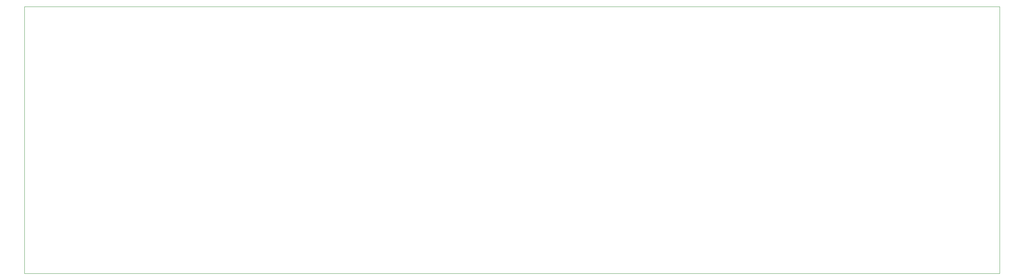
<source format=gm1>
G04 #@! TF.GenerationSoftware,KiCad,Pcbnew,(5.1.10)-1*
G04 #@! TF.CreationDate,2022-05-26T00:57:47+10:00*
G04 #@! TF.ProjectId,UnlockManifolds,556e6c6f-636b-44d6-916e-69666f6c6473,rev?*
G04 #@! TF.SameCoordinates,Original*
G04 #@! TF.FileFunction,Profile,NP*
%FSLAX46Y46*%
G04 Gerber Fmt 4.6, Leading zero omitted, Abs format (unit mm)*
G04 Created by KiCad (PCBNEW (5.1.10)-1) date 2022-05-26 00:57:47*
%MOMM*%
%LPD*%
G01*
G04 APERTURE LIST*
G04 #@! TA.AperFunction,Profile*
%ADD10C,0.038100*%
G04 #@! TD*
G04 APERTURE END LIST*
D10*
X25000000Y-78000000D02*
X25000000Y-143000000D01*
X25000000Y-143000000D02*
X262000000Y-143000000D01*
X262000000Y-78000000D02*
X262000000Y-143000000D01*
X25000000Y-78000000D02*
X262000000Y-78000000D01*
M02*

</source>
